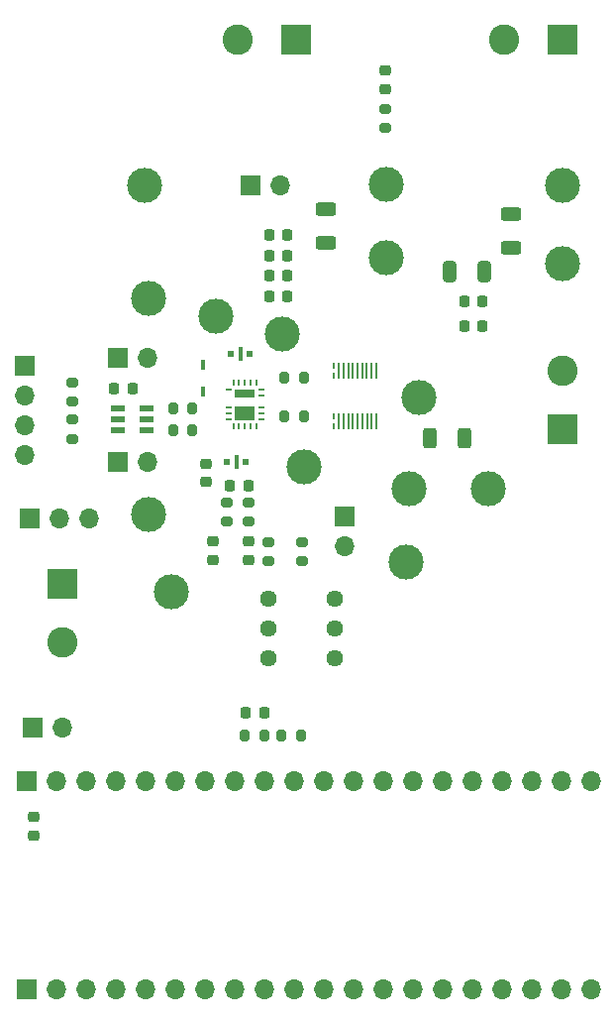
<source format=gbr>
%TF.GenerationSoftware,KiCad,Pcbnew,8.0.9-8.0.9-0~ubuntu22.04.1*%
%TF.CreationDate,2025-04-21T10:33:26+05:30*%
%TF.ProjectId,Variable Buck Converter,56617269-6162-46c6-9520-4275636b2043,rev?*%
%TF.SameCoordinates,Original*%
%TF.FileFunction,Soldermask,Top*%
%TF.FilePolarity,Negative*%
%FSLAX46Y46*%
G04 Gerber Fmt 4.6, Leading zero omitted, Abs format (unit mm)*
G04 Created by KiCad (PCBNEW 8.0.9-8.0.9-0~ubuntu22.04.1) date 2025-04-21 10:33:26*
%MOMM*%
%LPD*%
G01*
G04 APERTURE LIST*
G04 Aperture macros list*
%AMRoundRect*
0 Rectangle with rounded corners*
0 $1 Rounding radius*
0 $2 $3 $4 $5 $6 $7 $8 $9 X,Y pos of 4 corners*
0 Add a 4 corners polygon primitive as box body*
4,1,4,$2,$3,$4,$5,$6,$7,$8,$9,$2,$3,0*
0 Add four circle primitives for the rounded corners*
1,1,$1+$1,$2,$3*
1,1,$1+$1,$4,$5*
1,1,$1+$1,$6,$7*
1,1,$1+$1,$8,$9*
0 Add four rect primitives between the rounded corners*
20,1,$1+$1,$2,$3,$4,$5,0*
20,1,$1+$1,$4,$5,$6,$7,0*
20,1,$1+$1,$6,$7,$8,$9,0*
20,1,$1+$1,$8,$9,$2,$3,0*%
G04 Aperture macros list end*
%ADD10C,3.000000*%
%ADD11RoundRect,0.250000X-0.312500X-0.625000X0.312500X-0.625000X0.312500X0.625000X-0.312500X0.625000X0*%
%ADD12RoundRect,0.200000X0.275000X-0.200000X0.275000X0.200000X-0.275000X0.200000X-0.275000X-0.200000X0*%
%ADD13RoundRect,0.218750X-0.256250X0.218750X-0.256250X-0.218750X0.256250X-0.218750X0.256250X0.218750X0*%
%ADD14RoundRect,0.200000X-0.200000X-0.275000X0.200000X-0.275000X0.200000X0.275000X-0.200000X0.275000X0*%
%ADD15RoundRect,0.200000X-0.275000X0.200000X-0.275000X-0.200000X0.275000X-0.200000X0.275000X0.200000X0*%
%ADD16R,1.700000X1.700000*%
%ADD17O,1.700000X1.700000*%
%ADD18RoundRect,0.218750X0.256250X-0.218750X0.256250X0.218750X-0.256250X0.218750X-0.256250X-0.218750X0*%
%ADD19RoundRect,0.225000X0.225000X0.250000X-0.225000X0.250000X-0.225000X-0.250000X0.225000X-0.250000X0*%
%ADD20R,0.600000X0.600000*%
%ADD21R,0.400000X1.200000*%
%ADD22O,0.180000X0.560000*%
%ADD23O,0.180000X1.362000*%
%ADD24RoundRect,0.200000X0.200000X0.275000X-0.200000X0.275000X-0.200000X-0.275000X0.200000X-0.275000X0*%
%ADD25RoundRect,0.225000X-0.250000X0.225000X-0.250000X-0.225000X0.250000X-0.225000X0.250000X0.225000X0*%
%ADD26RoundRect,0.250000X0.325000X0.650000X-0.325000X0.650000X-0.325000X-0.650000X0.325000X-0.650000X0*%
%ADD27C,1.440000*%
%ADD28RoundRect,0.225000X0.250000X-0.225000X0.250000X0.225000X-0.250000X0.225000X-0.250000X-0.225000X0*%
%ADD29R,0.250000X0.600000*%
%ADD30R,0.600000X0.250000*%
%ADD31R,1.700000X1.200000*%
%ADD32R,1.700000X0.750000*%
%ADD33R,2.600000X2.600000*%
%ADD34C,2.600000*%
%ADD35R,1.200000X0.600000*%
%ADD36RoundRect,0.250000X0.625000X-0.312500X0.625000X0.312500X-0.625000X0.312500X-0.625000X-0.312500X0*%
%ADD37R,0.460000X0.840000*%
G04 APERTURE END LIST*
D10*
%TO.C,TP15*%
X125200000Y-102230000D03*
%TD*%
%TO.C,TP14*%
X118400000Y-102230000D03*
%TD*%
D11*
%TO.C,R16*%
X120237500Y-97940000D03*
X123162500Y-97940000D03*
%TD*%
D12*
%TO.C,R15*%
X116370000Y-71435000D03*
X116370000Y-69785000D03*
%TD*%
D13*
%TO.C,D4*%
X116360000Y-66492500D03*
X116360000Y-68067500D03*
%TD*%
D10*
%TO.C,TP3*%
X119320000Y-94420000D03*
%TD*%
D14*
%TO.C,R5*%
X98265000Y-95360000D03*
X99915000Y-95360000D03*
%TD*%
D10*
%TO.C,TP5*%
X101940000Y-87500000D03*
%TD*%
D15*
%TO.C,R10*%
X106400000Y-106760000D03*
X106400000Y-108410000D03*
%TD*%
D16*
%TO.C,JP2*%
X93545000Y-91030000D03*
D17*
X96085000Y-91030000D03*
%TD*%
D10*
%TO.C,TP10*%
X116480000Y-76240000D03*
%TD*%
D16*
%TO.C,JP6*%
X104865000Y-76310000D03*
D17*
X107405000Y-76310000D03*
%TD*%
D15*
%TO.C,R7*%
X104680000Y-103407500D03*
X104680000Y-105057500D03*
%TD*%
D18*
%TO.C,D2*%
X104680000Y-108290000D03*
X104680000Y-106715000D03*
%TD*%
D19*
%TO.C,C12*%
X108015000Y-80576668D03*
X106465000Y-80576668D03*
%TD*%
D20*
%TO.C,C4*%
X103210000Y-90730000D03*
D21*
X104010000Y-90730000D03*
D20*
X104810000Y-90730000D03*
%TD*%
D10*
%TO.C,TP11*%
X116480000Y-82470000D03*
%TD*%
%TO.C,TP7*%
X118190000Y-108500000D03*
%TD*%
D19*
%TO.C,C13*%
X108015000Y-82303334D03*
X106465000Y-82303334D03*
%TD*%
%TO.C,C2*%
X106045000Y-121400000D03*
X104495000Y-121400000D03*
%TD*%
D22*
%TO.C,Q2*%
X112040000Y-96079000D03*
X112040000Y-96881000D03*
D23*
X112440000Y-96480000D03*
X112840000Y-96480000D03*
X113240000Y-96480000D03*
X113640000Y-96480000D03*
X114040000Y-96480000D03*
X114440000Y-96480000D03*
X114840000Y-96480000D03*
X115240000Y-96480000D03*
X115640000Y-96480000D03*
%TD*%
D24*
%TO.C,R12*%
X109440000Y-96080000D03*
X107790000Y-96080000D03*
%TD*%
D10*
%TO.C,TP13*%
X131550000Y-76330000D03*
%TD*%
D19*
%TO.C,C9*%
X108015000Y-85756668D03*
X106465000Y-85756668D03*
%TD*%
D16*
%TO.C,JP1*%
X86295000Y-122640000D03*
D17*
X88835000Y-122640000D03*
%TD*%
D10*
%TO.C,TP4*%
X95850000Y-76340000D03*
%TD*%
D16*
%TO.C,JP5*%
X112970000Y-104560000D03*
D17*
X112970000Y-107100000D03*
%TD*%
D25*
%TO.C,C5*%
X101100000Y-100075000D03*
X101100000Y-101625000D03*
%TD*%
D26*
%TO.C,C14*%
X124855000Y-83640000D03*
X121905000Y-83640000D03*
%TD*%
D27*
%TO.C,POT2*%
X106390000Y-111640000D03*
X106390000Y-114180000D03*
X106390000Y-116720000D03*
%TD*%
D16*
%TO.C,JP3*%
X93545000Y-99970000D03*
D17*
X96085000Y-99970000D03*
%TD*%
D10*
%TO.C,TP6*%
X98080000Y-111030000D03*
%TD*%
D27*
%TO.C,POT1*%
X112080000Y-111610000D03*
X112080000Y-114150000D03*
X112080000Y-116690000D03*
%TD*%
D19*
%TO.C,C6*%
X104695000Y-101970000D03*
X103145000Y-101970000D03*
%TD*%
D16*
%TO.C,J6*%
X85730000Y-145010000D03*
D17*
X88270000Y-145010000D03*
X90810000Y-145010000D03*
X93350000Y-145010000D03*
X95890000Y-145010000D03*
X98430000Y-145010000D03*
X100970000Y-145010000D03*
X103510000Y-145010000D03*
X106050000Y-145010000D03*
X108590000Y-145010000D03*
X111130000Y-145010000D03*
X113670000Y-145010000D03*
X116210000Y-145010000D03*
X118750000Y-145010000D03*
X121290000Y-145010000D03*
X123830000Y-145010000D03*
X126370000Y-145010000D03*
X128910000Y-145010000D03*
X131450000Y-145010000D03*
X133990000Y-145010000D03*
%TD*%
D28*
%TO.C,C1*%
X86360000Y-131815000D03*
X86360000Y-130265000D03*
%TD*%
D29*
%TO.C,IC2*%
X103410000Y-96930000D03*
X103910000Y-96930000D03*
X104410000Y-96930000D03*
X104910000Y-96930000D03*
X105410000Y-96930000D03*
D30*
X105810000Y-96280000D03*
X105810000Y-95780000D03*
X105810000Y-95280000D03*
X105810000Y-94280000D03*
X105810000Y-93780000D03*
D29*
X105410000Y-93130000D03*
X104910000Y-93130000D03*
X104410000Y-93130000D03*
X103910000Y-93130000D03*
X103410000Y-93130000D03*
D30*
X103010000Y-93780000D03*
X103010000Y-95280000D03*
X103010000Y-95780000D03*
X103010000Y-96280000D03*
D31*
X104410000Y-95780000D03*
D32*
X104410000Y-94055000D03*
%TD*%
D33*
%TO.C,J4*%
X131525000Y-97140000D03*
D34*
X131525000Y-92140000D03*
%TD*%
D33*
%TO.C,J3*%
X108750000Y-63830000D03*
D34*
X103750000Y-63830000D03*
%TD*%
D22*
%TO.C,Q1*%
X112030000Y-91750000D03*
X112030000Y-92552000D03*
D23*
X112430000Y-92151000D03*
X112830000Y-92151000D03*
X113230000Y-92151000D03*
X113630000Y-92151000D03*
X114030000Y-92151000D03*
X114430000Y-92151000D03*
X114830000Y-92151000D03*
X115230000Y-92151000D03*
X115630000Y-92151000D03*
%TD*%
D33*
%TO.C,J5*%
X131595000Y-63830000D03*
D34*
X126595000Y-63830000D03*
%TD*%
D10*
%TO.C,TP8*%
X107580000Y-88980000D03*
%TD*%
D35*
%TO.C,IC1*%
X93530000Y-95360000D03*
X93530000Y-96310000D03*
X93530000Y-97260000D03*
X96030000Y-97260000D03*
X96030000Y-96310000D03*
X96030000Y-95360000D03*
%TD*%
D15*
%TO.C,R8*%
X102870000Y-103410000D03*
X102870000Y-105060000D03*
%TD*%
D19*
%TO.C,C11*%
X124695000Y-88370000D03*
X123145000Y-88370000D03*
%TD*%
D24*
%TO.C,R2*%
X106070000Y-123310000D03*
X104420000Y-123310000D03*
%TD*%
D36*
%TO.C,R14*%
X127190000Y-81662500D03*
X127190000Y-78737500D03*
%TD*%
D16*
%TO.C,J7*%
X85730000Y-127230000D03*
D17*
X88270000Y-127230000D03*
X90810000Y-127230000D03*
X93350000Y-127230000D03*
X95890000Y-127230000D03*
X98430000Y-127230000D03*
X100970000Y-127230000D03*
X103510000Y-127230000D03*
X106050000Y-127230000D03*
X108590000Y-127230000D03*
X111130000Y-127230000D03*
X113670000Y-127230000D03*
X116210000Y-127230000D03*
X118750000Y-127230000D03*
X121290000Y-127230000D03*
X123830000Y-127230000D03*
X126370000Y-127230000D03*
X128910000Y-127230000D03*
X131450000Y-127230000D03*
X133990000Y-127230000D03*
%TD*%
D19*
%TO.C,C10*%
X108015000Y-84030000D03*
X106465000Y-84030000D03*
%TD*%
D12*
%TO.C,R4*%
X89630000Y-97985000D03*
X89630000Y-96335000D03*
%TD*%
D15*
%TO.C,R9*%
X109290000Y-106755000D03*
X109290000Y-108405000D03*
%TD*%
D19*
%TO.C,C3*%
X94795000Y-93680000D03*
X93245000Y-93680000D03*
%TD*%
D10*
%TO.C,TP2*%
X96160000Y-104390000D03*
%TD*%
%TO.C,TP9*%
X109440000Y-100350000D03*
%TD*%
D20*
%TO.C,C7*%
X104470000Y-99940000D03*
D21*
X103670000Y-99940000D03*
D20*
X102870000Y-99940000D03*
%TD*%
D36*
%TO.C,R13*%
X111360000Y-81255000D03*
X111360000Y-78330000D03*
%TD*%
D24*
%TO.C,R1*%
X109190000Y-123300000D03*
X107540000Y-123300000D03*
%TD*%
D15*
%TO.C,R3*%
X89630000Y-93165000D03*
X89630000Y-94815000D03*
%TD*%
D24*
%TO.C,R11*%
X109430000Y-92780000D03*
X107780000Y-92780000D03*
%TD*%
D33*
%TO.C,J2*%
X88790000Y-110350000D03*
D34*
X88790000Y-115350000D03*
%TD*%
D16*
%TO.C,JP4*%
X85975000Y-104790000D03*
D17*
X88515000Y-104790000D03*
X91055000Y-104790000D03*
%TD*%
D16*
%TO.C,J1*%
X85570000Y-91760000D03*
D17*
X85570000Y-94300000D03*
X85570000Y-96840000D03*
X85570000Y-99380000D03*
%TD*%
D10*
%TO.C,TP1*%
X96160000Y-86010000D03*
%TD*%
%TO.C,TP12*%
X131580000Y-82980000D03*
%TD*%
D37*
%TO.C,D1*%
X100800000Y-91610000D03*
X100800000Y-93910000D03*
%TD*%
D24*
%TO.C,R6*%
X99915000Y-97270000D03*
X98265000Y-97270000D03*
%TD*%
D19*
%TO.C,C8*%
X124695000Y-86230000D03*
X123145000Y-86230000D03*
%TD*%
D18*
%TO.C,D3*%
X101650000Y-108287500D03*
X101650000Y-106712500D03*
%TD*%
M02*

</source>
